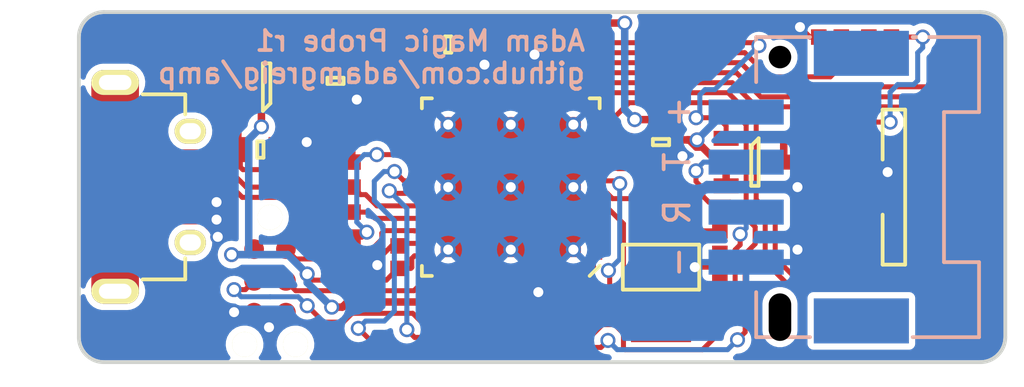
<source format=kicad_pcb>
(kicad_pcb (version 20221018) (generator pcbnew)
  (layers (0 "F.Cu" signal) (31 "B.Cu" signal) (34 "B.Paste" user) (35 "F.Paste" user) (36 "B.SilkS" user "B.Silkscreen") (37 "F.SilkS" user "F.Silkscreen") (38 "B.Mask" user) (39 "F.Mask" user) (44 "Edge.Cuts" user))
  (net 0 "")
  (net 1 "VDD")
  (net 2 "GND")
  (net 3 "Net-(C7-Pad2)")
  (net 4 "Net-(C8-Pad2)")
  (net 5 "Net-(C9-Pad2)")
  (net 6 "5v")
  (net 7 "/NRST")
  (net 8 "/RST")
  (net 9 "/TDI")
  (net 10 "/TMS")
  (net 11 "/TCK")
  (net 12 "/TDO")
  (net 13 "Net-(IC1-Pad19)")
  (net 14 "/VBUS")
  (net 15 "Net-(IC1-Pad29)")
  (net 16 "/TXD")
  (net 17 "/RXD")
  (net 18 "/SWDIO")
  (net 19 "/SWCLK")
  (net 20 "/USB_D-")
  (net 21 "/USB_D+")
  (net 22 "/TPWR")
  (net 23 "/STM32_D-")
  (net 24 "/STM32_D+")
  (footprint "agg:0603" (layer "F.Cu") (at 114.75 94.3 180)
    (fp_text reference "C1")
    (fp_text value "4µ7")
  )
  (footprint "agg:0603" (layer "F.Cu") (at 123.25 98.2 90)
    (fp_text reference "C2")
    (fp_text value "1µ")
  )
  (footprint "agg:0402" (layer "F.Cu") (at 114.75 95.5 180)
    (fp_text reference "C3")
    (fp_text value "100n")
  )
  (footprint "agg:0402" (layer "F.Cu") (at 119.75 104.5)
    (fp_text reference "C4")
    (fp_text value "100n")
  )
  (footprint "agg:0402" (layer "F.Cu") (at 112.75 102.8 -90)
    (fp_text reference "C5")
    (fp_text value "100n")
  )
  (footprint "agg:0402" (layer "F.Cu") (at 121.8 98.6 90)
    (fp_text reference "C6")
    (fp_text value "10n")
  )
  (footprint "agg:0402" (layer "F.Cu") (at 125.6 104.2 -90)
    (fp_text reference "C7")
    (fp_text value "15p")
  )
  (footprint "agg:0402" (layer "F.Cu") (at 117.5 95.1 -90)
    (fp_text reference "C8")
    (fp_text value "100n")
  )
  (footprint "agg:0402" (layer "F.Cu") (at 125.6 102.2 90)
    (fp_text reference "C9")
    (fp_text value "15p")
  )
  (footprint "agg:0603" (layer "F.Cu") (at 107.25 98.5 180)
    (fp_text reference "C10")
    (fp_text value "1µ")
  )
  (footprint "agg:0603" (layer "F.Cu") (at 110.25 95.75 90)
    (fp_text reference "C11")
    (fp_text value "1µ")
  )
  (footprint "agg:QFN-48-EP-ST" (layer "F.Cu") (at 117.25 100 180)
    (fp_text reference "IC1")
    (fp_text value "STM32F103CBU6")
  )
  (footprint "agg:SOT-23" (layer "F.Cu") (at 107.5 96 180)
    (fp_text reference "IC2")
    (fp_text value "MCP1700")
  )
  (footprint "agg:MICROUSB_MOLEX_47589-0001" (layer "F.Cu") (at 101.45 99.99 -90)
    (fp_text reference "J2")
    (fp_text value "MICROUSB")
  )
  (footprint "agg:TC2030-NL" (layer "F.Cu") (at 107.64 103.75 -90)
    (fp_text reference "P1")
    (fp_text value "SWD_TC")
  )
  (footprint "agg:SOT-23" (layer "F.Cu") (at 127 99)
    (fp_text reference "Q1")
    (fp_text value "FDV304P")
  )
  (footprint "agg:0402" (layer "F.Cu") (at 110.5 99 180)
    (fp_text reference "R1")
    (fp_text value "4k7")
  )
  (footprint "agg:0402" (layer "F.Cu") (at 110.5 98)
    (fp_text reference "R2")
    (fp_text value "10k")
  )
  (footprint "agg:0402" (layer "F.Cu") (at 110.5 102 180)
    (fp_text reference "R3")
    (fp_text value "1k5")
  )
  (footprint "agg:0402" (layer "F.Cu") (at 110.5 100 180)
    (fp_text reference "R4")
    (fp_text value "22")
  )
  (footprint "agg:0402" (layer "F.Cu") (at 110.5 101 180)
    (fp_text reference "R5")
    (fp_text value "22")
  )
  (footprint "agg:0402" (layer "F.Cu") (at 132 94)
    (fp_text reference "R6")
    (fp_text value "4k7")
  )
  (footprint "agg:0402" (layer "F.Cu") (at 130 94)
    (fp_text reference "R7")
    (fp_text value "10k")
  )
  (footprint "agg:XTAL-50x32" (layer "F.Cu") (at 123.25 103.2 90)
    (fp_text reference "Y1")
    (fp_text value "8MHz")
  )
  (footprint "agg:FTSH-105-01-L-DV-K" (layer "F.Cu") (at 132.5 100 -90)
    (fp_text reference "P2")
    (fp_text value "SWD")
  )
  (footprint "agg:SM04B-PASS" (layer "B.Cu") (at 128 100 90)
    (fp_text reference "J1")
    (fp_text value "SERIAL")
  )
  (gr_arc (start 136 93) (mid 136.707107 93.292893) (end 137 94) (stroke (width 0.15)) (layer "Edge.Cuts"))
  (gr_arc (start 100 94) (mid 100.292893 93.292893) (end 101 93) (stroke (width 0.15)) (layer "Edge.Cuts"))
  (gr_line (start 100 106) (end 100 94) (stroke (width 0.15)) (layer "Edge.Cuts"))
  (gr_line (start 101 93) (end 136 93) (stroke (width 0.15)) (layer "Edge.Cuts"))
  (gr_arc (start 137 106) (mid 136.707107 106.707107) (end 136 107) (stroke (width 0.15)) (layer "Edge.Cuts"))
  (gr_line (start 137 94) (end 137 106) (stroke (width 0.15)) (layer "Edge.Cuts"))
  (gr_arc (start 101 107) (mid 100.292893 106.707107) (end 100 106) (stroke (width 0.15)) (layer "Edge.Cuts"))
  (gr_line (start 136 107) (end 101 107) (stroke (width 0.15)) (layer "Edge.Cuts"))
  (gr_text "AMP r1 2016-01-01" (at 101 93.8) (layer "F.Cu") (effects (font (size 0.7 0.7)) (justify left)))
  (gr_text "T" (at 123.9 99 90) (layer "B.SilkS") (effects (font (size 1 1)) (justify mirror)))
  (gr_text "R" (at 123.9 101 90) (layer "B.SilkS") (effects (font (size 1 1)) (justify mirror)))
  (gr_text "-" (at 123.9 103 90) (layer "B.SilkS") (effects (font (size 1 1)) (justify mirror)))
  (gr_text "+" (at 123.9 97 90) (layer "B.SilkS") (effects (font (size 1 1)) (justify mirror)))
  (gr_text "Adam Magic Probe r1\ngithub.com/adamgreig/amp" (at 120.3 94.8) (layer "B.SilkS") (effects (font (size 0.8 0.8)) (justify left mirror)))
  (segment (start 114.084413 105.160001) (end 113.51792 104.593508) (width 0.3) (layer "F.Cu") (net 1))
  (segment (start 120.2 105.01) (end 120.049999 105.160001) (width 0.3) (layer "F.Cu") (net 1))
  (segment (start 121.200001 98.239999) (end 121.200001 98.649999) (width 0.2) (layer "F.Cu") (net 1))
  (segment (start 120.2 105.01) (end 120.099999 105.110001) (width 0.3) (layer "F.Cu") (net 1))
  (segment (start 121.1 98.75) (end 120.625 98.75) (width 0.2) (layer "F.Cu") (net 1))
  (segment (start 120.35 103.375) (end 120.549992 103.175008) (width 0.2) (layer "F.Cu") (net 1))
  (segment (start 122.2 97.3) (end 123.15 97.3) (width 0.3) (layer "F.Cu") (net 1))
  (segment (start 110.524264 104.8) (end 110.1 104.8) (width 0.3) (layer "F.Cu") (net 1))
  (segment (start 125.85 99.35) (end 124.9 98.4) (width 0.3) (layer "F.Cu") (net 1))
  (segment (start 120 103.375) (end 120 104.3) (width 0.2) (layer "F.Cu") (net 1))
  (segment (start 120.2 104.5) (end 120.2 105.01) (width 0.3) (layer "F.Cu") (net 1))
  (segment (start 120 104.3) (end 120.2 104.5) (width 0.2) (layer "F.Cu") (net 1))
  (segment (start 113.3 103.21) (end 113.26 103.25) (width 0.2) (layer "F.Cu") (net 1))
  (segment (start 113.4 102.75) (end 113.3 102.85) (width 0.2) (layer "F.Cu") (net 1))
  (segment (start 110.15 95.05) (end 110.25 94.95) (width 0.2) (layer "F.Cu") (net 1))
  (segment (start 113.95 94.3) (end 113.95 94.275) (width 0.3) (layer "F.Cu") (net 1))
  (segment (start 108.65 95.05) (end 108.45 95.05) (width 0.3) (layer "F.Cu") (net 1))
  (segment (start 109.364414 103.718273) (end 109.119645 103.473504) (width 0.2) (layer "F.Cu") (net 1))
  (segment (start 113.875 102.75) (end 113.4 102.75) (width 0.2) (layer "F.Cu") (net 1))
  (segment (start 121.6 98.25) (end 121.75 98.25) (width 0.2) (layer "F.Cu") (net 1))
  (segment (start 114.5 95.7) (end 114.3 95.5) (width 0.2) (layer "F.Cu") (net 1))
  (segment (start 106.1 102.7) (end 106.78 102.7) (width 0.2) (layer "F.Cu") (net 1))
  (segment (start 123.961776 98.111776) (end 123.25 97.4) (width 0.3) (layer "F.Cu") (net 1))
  (segment (start 124.688224 98.188224) (end 124.688224 98.111776) (width 0.3) (layer "F.Cu") (net 1))
  (segment (start 107.291735 96.208265) (end 107.291735 97.587978) (width 0.3) (layer "F.Cu") (net 1))
  (segment (start 108.65 95.05) (end 110.15 95.05) (width 0.3) (layer "F.Cu") (net 1))
  (segment (start 121.8 98.15) (end 121.29 98.15) (width 0.2) (layer "F.Cu") (net 1))
  (segment (start 121.75 98.25) (end 122.4 98.25) (width 0.2) (layer "F.Cu") (net 1))
  (segment (start 124.373778 98.111776) (end 124.3 98.111776) (width 0.3) (layer "F.Cu") (net 1))
  (segment (start 114.785011 93.439989) (end 121.8 93.439989) (width 0.3) (layer "F.Cu") (net 1))
  (segment (start 113.95 94.275) (end 114.785011 93.439989) (width 0.3) (layer "F.Cu") (net 1))
  (segment (start 112.281727 103.718273) (end 109.364414 103.718273) (width 0.2) (layer "F.Cu") (net 1))
  (segment (start 124.9 98.4) (end 124.662002 98.4) (width 0.3) (layer "F.Cu") (net 1))
  (segment (start 113.3 102.85) (end 113.3 103.21) (width 0.2) (layer "F.Cu") (net 1))
  (segment (start 121.29 98.15) (end 121.200001 98.239999) (width 0.2) (layer "F.Cu") (net 1))
  (segment (start 124.3 98.111776) (end 123.961776 98.111776) (width 0.3) (layer "F.Cu") (net 1))
  (segment (start 110.730756 104.593508) (end 110.524264 104.8) (width 0.3) (layer "F.Cu") (net 1))
  (segment (start 124.9 98.4) (end 124.688224 98.188224) (width 0.3) (layer "F.Cu") (net 1))
  (segment (start 114.3 94.65) (end 113.95 94.3) (width 0.3) (layer "F.Cu") (net 1))
  (segment (start 112.75 103.25) (end 112.281727 103.718273) (width 0.2) (layer "F.Cu") (net 1))
  (segment (start 124.662002 98.4) (end 124.373778 98.111776) (width 0.3) (layer "F.Cu") (net 1))
  (segment (start 114.5 96.625) (end 114.5 95.7) (width 0.2) (layer "F.Cu") (net 1))
  (segment (start 116.5 105.160001) (end 114.084413 105.160001) (width 0.3) (layer "F.Cu") (net 1))
  (segment (start 121.200001 98.649999) (end 121.1 98.75) (width 0.2) (layer "F.Cu") (net 1))
  (segment (start 113.3 94.95) (end 113.95 94.3) (width 0.3) (layer "F.Cu") (net 1))
  (segment (start 125.85 99.95) (end 125.85 99.35) (width 0.3) (layer "F.Cu") (net 1))
  (segment (start 113.26 103.25) (end 112.75 103.25) (width 0.2) (layer "F.Cu") (net 1))
  (segment (start 106.78 102.7) (end 107 102.48) (width 0.2) (layer "F.Cu") (net 1))
  (segment (start 120.549992 102.825008) (end 120.625 102.75) (width 0.2) (layer "F.Cu") (net 1))
  (segment (start 113.51792 104.593508) (end 110.730756 104.593508) (width 0.3) (layer "F.Cu") (net 1))
  (segment (start 108.45 95.05) (end 107.291735 96.208265) (width 0.3) (layer "F.Cu") (net 1))
  (segment (start 114.3 95.5) (end 114.3 94.65) (width 0.3) (layer "F.Cu") (net 1))
  (segment (start 110.25 94.95) (end 113.3 94.95) (width 0.3) (layer "F.Cu") (net 1))
  (segment (start 123.15 97.3) (end 123.25 97.4) (width 0.3) (layer "F.Cu") (net 1))
  (segment (start 120 103.375) (end 120.35 103.375) (width 0.2) (layer "F.Cu") (net 1))
  (segment (start 122.4 98.25) (end 123.25 97.4) (width 0.2) (layer "F.Cu") (net 1))
  (segment (start 124.688224 98.111776) (end 124.3 98.111776) (width 0.3) (layer "F.Cu") (net 1))
  (segment (start 120.049999 105.160001) (end 116.5 105.160001) (width 0.3) (layer "F.Cu") (net 1))
  (segment (start 116.5 103.375) (end 116.5 105.160001) (width 0.25) (layer "F.Cu") (net 1))
  (segment (start 120.549992 103.175008) (end 120.549992 102.825008) (width 0.2) (layer "F.Cu") (net 1))
  (via (at 122.2 97.3) (size 0.6) (drill 0.4) (layers "F.Cu" "B.Cu") (net 1))
  (via (at 107.291735 97.587978) (size 0.6) (drill 0.4) (layers "F.Cu" "B.Cu") (net 1))
  (via (at 121.8 93.439989) (size 0.6) (drill 0.4) (layers "F.Cu" "B.Cu") (net 1))
  (via (at 124.688224 98.111776) (size 0.6) (drill 0.4) (layers "F.Cu" "B.Cu") (net 1))
  (via (at 106.1 102.7) (size 0.6) (drill 0.4) (layers "F.Cu" "B.Cu") (net 1))
  (via (at 110.1 104.8) (size 0.6) (drill 0.4) (layers "F.Cu" "B.Cu") (net 1))
  (via (at 109.119645 103.473504) (size 0.6) (drill 0.4) (layers "F.Cu" "B.Cu") (net 1))
  (segment (start 109.119645 103.473504) (end 109.119645 103.819645) (width 0.3) (layer "B.Cu") (net 1))
  (segment (start 109.119645 103.473504) (end 108.346141 102.7) (width 0.3) (layer "B.Cu") (net 1))
  (segment (start 106.784999 102.684999) (end 106.8 102.7) (width 0.3) (layer "B.Cu") (net 1))
  (segment (start 125.8 97) (end 124.688224 98.111776) (width 0.3) (layer "B.Cu") (net 1))
  (segment (start 108.346141 102.7) (end 106.8 102.7) (width 0.3) (layer "B.Cu") (net 1))
  (segment (start 107.291735 97.587978) (end 106.784999 98.094714) (width 0.3) (layer "B.Cu") (net 1))
  (segment (start 126.65 97) (end 125.8 97) (width 0.3) (layer "B.Cu") (net 1))
  (segment (start 109.119645 103.819645) (end 110.1 104.8) (width 0.3) (layer "B.Cu") (net 1))
  (segment (start 106.8 102.7) (end 106.1 102.7) (width 0.3) (layer "B.Cu") (net 1))
  (segment (start 106.784999 98.094714) (end 106.784999 102.684999) (width 0.3) (layer "B.Cu") (net 1))
  (segment (start 121.8 93.439989) (end 121.8 96.9) (width 0.3) (layer "B.Cu") (net 1))
  (segment (start 121.8 96.9) (end 122.2 97.3) (width 0.3) (layer "B.Cu") (net 1))
  (segment (start 132.06 98.73) (end 132.3 98.97) (width 0.2) (layer "F.Cu") (net 2))
  (segment (start 118.79 104.5) (end 119.3 104.5) (width 0.2) (layer "F.Cu") (net 2))
  (segment (start 108.65 96.95) (end 109.85 96.95) (width 0.3) (layer "F.Cu") (net 2))
  (segment (start 118.35 104.2) (end 118.65 104.5) (width 0.2) (layer "F.Cu") (net 2))
  (segment (start 104.125 101.29) (end 105.49 101.29) (width 0.2) (layer "F.Cu") (net 2))
  (segment (start 119.5 103.375) (end 119.5 104.3) (width 0.2) (layer "F.Cu") (net 2))
  (segment (start 132.1 100) (end 130.465 100) (width 0.2) (layer "F.Cu") (net 2))
  (segment (start 105.2 101.560444) (end 105.160444 101.6) (width 0.2) (layer "F.Cu") (net 2))
  (segment (start 128.74 102.54) (end 128.7 102.5) (width 0.2) (layer "F.Cu") (net 2))
  (segment (start 107 105.02) (end 107.00966 105.02) (width 0.2) (layer "F.Cu") (net 2))
  (segment (start 106.22 105.02) (end 106.2 105) (width 0.2) (layer "F.Cu") (net 2))
  (segment (start 132.3 99.8) (end 132.1 100) (width 0.2) (layer "F.Cu") (net 2))
  (segment (start 115 96.625) (end 115 95.7) (width 0.2) (layer "F.Cu") (net 2))
  (segment (start 121.6 99.25) (end 121.8 99.05) (width 0.2) (layer "F.Cu") (net 2))
  (segment (start 107.00966 105.02) (end 107.594458 105.604798) (width 0.2) (layer "F.Cu") (net 2))
  (segment (start 105.1 101) (end 105.2 100.9) (width 0.2) (layer "F.Cu") (net 2))
  (segment (start 117.5 94.65) (end 118.15 94.65) (width 0.2) (layer "F.Cu") (net 2))
  (segment (start 105.060444 101.5) (end 105.160444 101.6) (width 0.2) (layer "F.Cu") (net 2))
  (segment (start 125.6 103.2) (end 124.6 103.2) (width 0.2) (layer "F.Cu") (net 2))
  (segment (start 129.2 94) (end 128.8 93.6) (width 0.2) (layer "F.Cu") (net 2))
  (segment (start 121.65 99.25) (end 121.75 99.15) (width 0.2) (layer "F.Cu") (net 2))
  (segment (start 113.875 102.25) (end 112.85 102.25) (width 0.2) (layer "F.Cu") (net 2))
  (segment (start 125.6 102.65) (end 125.6 103.2) (width 0.2) (layer "F.Cu") (net 2))
  (segment (start 109.85 96.95) (end 110.25 96.55) (width 0.2) (layer "F.Cu") (net 2))
  (segment (start 115.2 94.65) (end 115.55 94.3) (width 0.3) (layer "F.Cu") (net 2))
  (segment (start 118 103.85) (end 118.35 104.2) (width 0.2) (layer "F.Cu") (net 2))
  (segment (start 132.3 99.4) (end 132.3 99.8) (width 0.2) (layer "F.Cu") (net 2))
  (segment (start 105.1 101.460444) (end 105.060444 101.5) (width 0.2) (layer "F.Cu") (net 2))
  (segment (start 123.1 99.15) (end 123.25 99) (width 0.2) (layer "F.Cu") (net 2))
  (segment (start 105.160444 101.6) (end 105.549045 101.988601) (width 0.2) (layer "F.Cu") (net 2))
  (segment (start 111.918272 102.921726) (end 111.918272 103.118272) (width 0.2) (layer "F.Cu") (net 2))
  (segment (start 132.3 98.97) (end 132.3 99.4) (width 0.2) (layer "F.Cu") (net 2))
  (segment (start 120.625 99.25) (end 121.6 99.25) (width 0.2) (layer "F.Cu") (net 2))
  (segment (start 123.25 99) (end 123.86722 99) (width 0.3) (layer "F.Cu") (net 2))
  (segment (start 115.2 95.5) (end 115.2 94.65) (width 0.3) (layer "F.Cu") (net 2))
  (segment (start 121.75 99.15) (end 123.1 99.15) (width 0.2) (layer "F.Cu") (net 2))
  (segment (start 130.465 100) (end 128.7 100) (width 0.2) (layer "F.Cu") (net 2))
  (segment (start 118 103.375) (end 118 103.85) (width 0.2) (layer "F.Cu") (net 2))
  (segment (start 112.75 102.35) (end 112.489998 102.35) (width 0.2) (layer "F.Cu") (net 2))
  (segment (start 111.05 96.55) (end 111.1 96.5) (width 0.2) (layer "F.Cu") (net 2))
  (segment (start 119.5 104.3) (end 119.3 104.5) (width 0.2) (layer "F.Cu") (net 2))
  (segment (start 104.125 101.29) (end 104.81 101.29) (width 0.2) (layer "F.Cu") (net 2))
  (segment (start 105.1 101) (end 105.1 101.460444) (width 0.2) (layer "F.Cu") (net 2))
  (segment (start 110.05 98) (end 110.05 96.75) (width 0.3) (layer "F.Cu") (net 2))
  (segment (start 118.15 94.65) (end 118.2 94.7) (width 0.2) (layer "F.Cu") (net 2))
  (segment (start 130.465 102.54) (end 128.74 102.54) (width 0.2) (layer "F.Cu") (net 2))
  (segment (start 123.86722 99) (end 124.104985 98.762235) (width 0.3) (layer "F.Cu") (net 2))
  (segment (start 108.65 96.95) (end 108.65 97.9) (width 0.3) (layer "F.Cu") (net 2))
  (segment (start 104.850444 101.29) (end 105.060444 101.5) (width 0.2) (layer "F.Cu") (net 2))
  (segment (start 115.55 94.453494) (end 116.19999 95.103484) (width 0.3) (layer "F.Cu") (net 2))
  (segment (start 108.65 97.9) (end 108.05 98.5) (width 0.3) (layer "F.Cu") (net 2))
  (segment (start 110.05 96.75) (end 110.25 96.55) (width 0.2) (layer "F.Cu") (net 2))
  (segment (start 118.65 104.5) (end 118.79 104.5) (width 0.2) (layer "F.Cu") (net 2))
  (segment (start 115.55 94.3) (end 115.55 94.453494) (width 0.3) (layer "F.Cu") (net 2))
  (segment (start 129.55 94) (end 129.2 94) (width 0.2) (layer "F.Cu") (net 2))
  (segment (start 115 95.7) (end 115.2 95.5) (width 0.2) (layer "F.Cu") (net 2))
  (segment (start 112.489998 102.35) (end 111.918272 102.921726) (width 0.2) (layer "F.Cu") (net 2))
  (segment (start 105.2 100.9) (end 105.5 100.6) (width 0.2) (layer "F.Cu") (net 2))
  (segment (start 108.05 98.5) (end 108.8 98.5) (width 0.3) (layer "F.Cu") (net 2))
  (segment (start 112.85 102.25) (end 112.75 102.35) (width 0.2) (layer "F.Cu") (net 2))
  (segment (start 130.465 98.73) (end 132.06 98.73) (width 0.2) (layer "F.Cu") (net 2))
  (segment (start 108.8 98.5) (end 109.1 98.2) (width 0.3) (layer "F.Cu") (net 2))
  (segment (start 105.49 101.29) (end 105.5 101.3) (width 0.2) (layer "F.Cu") (net 2))
  (segment (start 107 105.02) (end 106.22 105.02) (width 0.2) (layer "F.Cu") (net 2))
  (segment (start 104.125 101.29) (end 104.850444 101.29) (width 0.2) (layer "F.Cu") (net 2))
  (segment (start 110.25 96.55) (end 111.05 96.55) (width 0.3) (layer "F.Cu") (net 2))
  (segment (start 105.2 100.9) (end 105.2 101.560444) (width 0.2) (layer "F.Cu") (net 2))
  (segment (start 125.6 103.2) (end 125.6 103.75) (width 0.2) (layer "F.Cu") (net 2))
  (segment (start 104.81 101.29) (end 105.1 101) (width 0.2) (layer "F.Cu") (net 2))
  (via (at 105.549045 101.988601) (size 0.6) (drill 0.4) (layers "F.Cu" "B.Cu") (net 2))
  (via (at 106.2 105) (size 0.6) (drill 0.4) (layers "F.Cu" "B.Cu") (net 2))
  (via (at 124.6 103.2) (size 0.6) (drill 0.4) (layers "F.Cu" "B.Cu") (net 2))
  (via (at 111.918272 103.118272) (size 0.6) (drill 0.4) (layers "F.Cu" "B.Cu") (net 2))
  (via (at 128.8 93.6) (size 0.6) (drill 0.4) (layers "F.Cu" "B.Cu") (net 2))
  (via (at 128.7 100) (size 0.6) (drill 0.4) (layers "F.Cu" "B.Cu") (net 2))
  (via (at 128.7 102.5) (size 0.6) (drill 0.4) (layers "F.Cu" "B.Cu") (net 2))
  (via (at 116.19999 95.103484) (size 0.6) (drill 0.4) (layers "F.Cu" "B.Cu") (net 2))
  (via (at 107.594458 105.604798) (size 0.6) (drill 0.4) (layers "F.Cu" "B.Cu") (net 2))
  (via (at 105.5 100.6) (size 0.6) (drill 0.4) (layers "F.Cu" "B.Cu") (net 2))
  (via (at 111.1 96.5) (size 0.6) (drill 0.4) (layers "F.Cu" "B.Cu") (net 2))
  (via (at 132.3 99.4) (size 0.6) (drill 0.4) (layers "F.Cu" "B.Cu") (net 2))
  (via (at 118.2 94.7) (size 0.6) (drill 0.4) (layers "F.Cu" "B.Cu") (net 2))
  (via (at 118.35 104.2) (size 0.6) (drill 0.4) (layers "F.Cu" "B.Cu") (net 2))
  (via (at 105.5 101.3) (size 0.6) (drill 0.4) (layers "F.Cu" "B.Cu") (net 2))
  (via (at 109.1 98.2) (size 0.6) (drill 0.4) (layers "F.Cu" "B.Cu") (net 2))
  (via (at 124.104985 98.762235) (size 0.6) (drill 0.4) (layers "F.Cu" "B.Cu") (net 2))
  (segment (start 126.65 103) (end 127.65 103) (width 0.3) (layer "B.Cu") (net 2))
  (segment (start 121.749999 101.463702) (end 121.749999 104.049999) (width 0.2) (layer "F.Cu") (net 3))
  (segment (start 123 105.25) (end 123.25 105.25) (width 0.2) (layer "F.Cu") (net 3))
  (segment (start 125.6 104.65) (end 123.85 104.65) (width 0.2) (layer "F.Cu") (net 3))
  (segment (start 122.95 105.25) (end 123.25 105.25) (width 0.2) (layer "F.Cu") (net 3))
  (segment (start 121.036297 100.75) (end 121.749999 101.463702) (width 0.2) (layer "F.Cu") (net 3))
  (segment (start 120.625 100.75) (end 121.036297 100.75) (width 0.2) (layer "F.Cu") (net 3))
  (segment (start 121.749999 104.049999) (end 122.95 105.25) (width 0.2) (layer "F.Cu") (net 3))
  (segment (start 123.25 105.25) (end 122.903701 105.25) (width 0.2) (layer "F.Cu") (net 3))
  (segment (start 123.85 104.65) (end 123.25 105.25) (width 0.2) (layer "F.Cu") (net 3))
  (segment (start 117.5 96.625) (end 117.5 95.55) (width 0.2) (layer "F.Cu") (net 4))
  (segment (start 118.402905 95.55) (end 119.327955 94.624949) (width 0.2) (layer "F.Cu") (net 4))
  (segment (start 127.558464 95.589969) (end 130.010031 95.589969) (width 0.2) (layer "F.Cu") (net 4))
  (segment (start 117.5 95.55) (end 118.402905 95.55) (width 0.2) (layer "F.Cu") (net 4))
  (segment (start 130.010031 95.589969) (end 130.45 95.15) (width 0.2) (layer "F.Cu") (net 4))
  (segment (start 126.593445 94.624949) (end 127.558464 95.589969) (width 0.2) (layer "F.Cu") (net 4))
  (segment (start 119.327955 94.624949) (end 126.593445 94.624949) (width 0.2) (layer "F.Cu") (net 4))
  (segment (start 130.45 95.15) (end 130.45 94) (width 0.2) (layer "F.Cu") (net 4))
  (segment (start 130.45 94) (end 131.55 94) (width 0.2) (layer "F.Cu") (net 4))
  (segment (start 122.560003 100.460003) (end 123.25 101.15) (width 0.2) (layer "F.Cu") (net 5))
  (segment (start 123.85 101.75) (end 123.25 101.15) (width 0.2) (layer "F.Cu") (net 5))
  (segment (start 120.625 100.25) (end 121.101996 100.25) (width 0.2) (layer "F.Cu") (net 5))
  (segment (start 121.101996 100.25) (end 121.311999 100.460003) (width 0.2) (layer "F.Cu") (net 5))
  (segment (start 125.6 101.75) (end 123.85 101.75) (width 0.2) (layer "F.Cu") (net 5))
  (segment (start 121.311999 100.460003) (end 122.560003 100.460003) (width 0.2) (layer "F.Cu") (net 5))
  (segment (start 123.25 101.15) (end 122.95 101.15) (width 0.2) (layer "F.Cu") (net 5))
  (segment (start 122.55 100.45) (end 123.25 101.15) (width 0.2) (layer "F.Cu") (net 5))
  (segment (start 106.550001 99.300001) (end 109.239999 99.300001) (width 0.2) (layer "F.Cu") (net 6))
  (segment (start 106.45 98.5) (end 106.45 99.2) (width 0.2) (layer "F.Cu") (net 6))
  (segment (start 109.239999 99.300001) (end 109.54 99) (width 0.2) (layer "F.Cu") (net 6))
  (segment (start 104.125 98.69) (end 106.26 98.69) (width 0.3) (layer "F.Cu") (net 6))
  (segment (start 106.45 99.2) (end 106.550001 99.300001) (width 0.2) (layer "F.Cu") (net 6))
  (segment (start 106.35 98.4) (end 106.45 98.5) (width 0.2) (layer "F.Cu") (net 6))
  (segment (start 106.26 98.69) (end 106.45 98.5) (width 0.3) (layer "F.Cu") (net 6))
  (segment (start 106.35 96) (end 106.35 98.4) (width 0.3) (layer "F.Cu") (net 6))
  (segment (start 106.25 98.7) (end 106.45 98.5) (width 0.2) (layer "F.Cu") (net 6))
  (segment (start 109.54 99) (end 110.05 99) (width 0.2) (layer "F.Cu") (net 6))
  (segment (start 109.776141 105.400001) (end 109.119645 104.743505) (width 0.2) (layer "F.Cu") (net 7))
  (segment (start 121.2 104.64641) (end 120.236399 105.610011) (width 0.2) (layer "F.Cu") (net 7))
  (segment (start 107 103.75) (end 107.006415 103.75) (width 0.2) (layer "F.Cu") (net 7))
  (segment (start 113.898013 105.610011) (end 113.335296 105.047294) (width 0.2) (layer "F.Cu") (net 7))
  (segment (start 110.560673 105.400001) (end 109.776141 105.400001) (width 0.2) (layer "F.Cu") (net 7))
  (segment (start 110.92093 105.047294) (end 110.917155 105.043519) (width 0.2) (layer "F.Cu") (net 7))
  (segment (start 106.2 104.1) (end 106.65 104.1) (width 0.2) (layer "F.Cu") (net 7))
  (segment (start 113.335296 105.047294) (end 110.92093 105.047294) (width 0.2) (layer "F.Cu") (net 7))
  (segment (start 106.65 104.1) (end 107 103.75) (width 0.2) (layer "F.Cu") (net 7))
  (segment (start 120.236399 105.610011) (end 113.898013 105.610011) (width 0.2) (layer "F.Cu") (net 7))
  (segment (start 121.489998 99.75) (end 121.6 99.860002) (width 0.2) (layer "F.Cu") (net 7))
  (segment (start 120.625 99.75) (end 121.489998 99.75) (width 0.2) (layer "F.Cu") (net 7))
  (segment (start 121.2 103.383026) (end 121.2 104.64641) (width 0.2) (layer "F.Cu") (net 7))
  (segment (start 121.149993 103.333019) (end 121.2 103.383026) (width 0.2) (layer "F.Cu") (net 7))
  (segment (start 110.917155 105.043519) (end 110.560673 105.400001) (width 0.2) (layer "F.Cu") (net 7))
  (via (at 121.6 99.860002) (size 0.6) (drill 0.4) (layers "F.Cu" "B.Cu") (net 7))
  (via (at 109.119645 104.743505) (size 0.6) (drill 0.4) (layers "F.Cu" "B.Cu") (net 7))
  (via (at 106.2 104.1) (size 0.6) (drill 0.4) (layers "F.Cu" "B.Cu") (net 7))
  (via (at 121.149993 103.333019) (size 0.6) (drill 0.4) (layers "F.Cu" "B.Cu") (net 7))
  (segment (start 106.485 104.385) (end 106.2 104.1) (width 0.2) (layer "B.Cu") (net 7))
  (segment (start 121.6 99.860002) (end 121.6 102.883012) (width 0.2) (layer "B.Cu") (net 7))
  (segment (start 107.641415 104.385) (end 108.76114 104.385) (width 0.2) (layer "B.Cu") (net 7))
  (segment (start 121.6 102.883012) (end 121.149993 103.333019) (width 0.2) (layer "B.Cu") (net 7))
  (segment (start 108.76114 104.385) (end 109.119645 104.743505) (width 0.2) (layer "B.Cu") (net 7))
  (segment (start 107.641415 104.385) (end 106.485 104.385) (width 0.2) (layer "B.Cu") (net 7))
  (segment (start 121.975001 96.624999) (end 125.765001 96.624999) (width 0.2) (layer "F.Cu") (net 8))
  (segment (start 126.650001 97.509999) (end 126.650001 100.667266) (width 0.2) (layer "F.Cu") (net 8))
  (segment (start 125.765001 96.624999) (end 126.650001 97.509999) (width 0.2) (layer "F.Cu") (net 8))
  (segment (start 126.650001 100.667266) (end 127.410013 101.427277) (width 0.2) (layer "F.Cu") (net 8))
  (segment (start 127.410013 101.427277) (end 127.410013 102.989987) (width 0.2) (layer "F.Cu") (net 8))
  (segment (start 132.2 103.9) (end 133.56 102.54) (width 0.2) (layer "F.Cu") (net 8))
  (segment (start 133.56 102.54) (end 134.535 102.54) (width 0.2) (layer "F.Cu") (net 8))
  (segment (start 128.320026 103.9) (end 132.2 103.9) (width 0.2) (layer "F.Cu") (net 8))
  (segment (start 127.410013 102.989987) (end 128.320026 103.9) (width 0.2) (layer "F.Cu") (net 8))
  (segment (start 121.35 97.25) (end 121.975001 96.624999) (width 0.2) (layer "F.Cu") (net 8))
  (segment (start 120.625 97.25) (end 121.35 97.25) (width 0.2) (layer "F.Cu") (net 8))
  (segment (start 120.075011 96.224989) (end 125.93069 96.224989) (width 0.2) (layer "F.Cu") (net 9))
  (segment (start 125.93069 96.224989) (end 127.050011 97.34431) (width 0.2) (layer "F.Cu") (net 9))
  (segment (start 133.51 101.27) (end 134.535 101.27) (width 0.2) (layer "F.Cu") (net 9))
  (segment (start 131.810012 103.49999) (end 132.839999 102.470003) (width 0.2) (layer "F.Cu") (net 9))
  (segment (start 132.839999 101.940001) (end 133.51 101.27) (width 0.2) (layer "F.Cu") (net 9))
  (segment (start 132.839999 102.470003) (end 132.839999 101.940001) (width 0.2) (layer "F.Cu") (net 9))
  (segment (start 128.485714 103.49999) (end 131.810012 103.49999) (width 0.2) (layer "F.Cu") (net 9))
  (segment (start 120 96.625) (end 120 96.3) (width 0.2) (layer "F.Cu") (net 9))
  (segment (start 127.050011 97.34431) (end 127.050011 100.501577) (width 0.2) (layer "F.Cu") (net 9))
  (segment (start 127.810023 101.261588) (end 127.810023 102.824299) (width 0.2) (layer "F.Cu") (net 9))
  (segment (start 120 96.3) (end 120.075011 96.224989) (width 0.2) (layer "F.Cu") (net 9))
  (segment (start 127.810023 102.824299) (end 128.485714 103.49999) (width 0.2) (layer "F.Cu") (net 9))
  (segment (start 127.050011 100.501577) (end 127.810023 101.261588) (width 0.2) (layer "F.Cu") (net 9))
  (segment (start 126.096378 95.824979) (end 127.061398 96.789999) (width 0.2) (layer "F.Cu") (net 10))
  (segment (start 127.061398 96.789999) (end 132.389999 96.789999) (width 0.2) (layer "F.Cu") (net 10))
  (segment (start 119.5 96.159998) (end 119.835019 95.824979) (width 0.2) (layer "F.Cu") (net 10))
  (segment (start 132.849999 96.799999) (end 133.51 97.46) (width 0.2) (layer "F.Cu") (net 10))
  (segment (start 133.51 97.46) (end 134.535 97.46) (width 0.2) (layer "F.Cu") (net 10))
  (segment (start 132.389999 96.789999) (end 132.399999 96.799999) (width 0.2) (layer "F.Cu") (net 10))
  (segment (start 119.835019 95.824979) (end 126.096378 95.824979) (width 0.2) (layer "F.Cu") (net 10))
  (segment (start 119.5 96.625) (end 119.5 96.159998) (width 0.2) (layer "F.Cu") (net 10))
  (segment (start 132.399999 96.799999) (end 132.849999 96.799999) (width 0.2) (layer "F.Cu") (net 10))
  (segment (start 119.66933 95.424969) (end 126.262067 95.424969) (width 0.2) (layer "F.Cu") (net 11))
  (segment (start 135.769991 96.389989) (end 136.230001 96.849999) (width 0.2) (layer "F.Cu") (net 11))
  (segment (start 126.262067 95.424969) (end 127.227087 96.389989) (width 0.2) (layer "F.Cu") (net 11))
  (segment (start 136.230001 96.849999) (end 136.230001 98.059999) (width 0.2) (layer "F.Cu") (net 11))
  (segment (start 119 96.625) (end 119 96.084302) (width 0.2) (layer "F.Cu") (net 11))
  (segment (start 119.669328 95.424971) (end 119.66933 95.424969) (width 0.2) (layer "F.Cu") (net 11))
  (segment (start 135.56 98.73) (end 134.535 98.73) (width 0.2) (layer "F.Cu") (net 11))
  (segment (start 136.230001 98.059999) (end 135.56 98.73) (width 0.2) (layer "F.Cu") (net 11))
  (segment (start 127.227087 96.389989) (end 135.769991 96.389989) (width 0.2) (layer "F.Cu") (net 11))
  (segment (start 119 96.084302) (end 119.659331 95.424971) (width 0.2) (layer "F.Cu") (net 11))
  (segment (start 119.659331 95.424971) (end 119.669328 95.424971) (width 0.2) (layer "F.Cu") (net 11))
  (segment (start 135.93568 95.989979) (end 136.630011 96.68431) (width 0.2) (layer "F.Cu") (net 12))
  (segment (start 136.630011 98.929989) (end 135.56 100) (width 0.2) (layer "F.Cu") (net 12))
  (segment (start 126.427756 95.024959) (end 127.392776 95.989979) (width 0.2) (layer "F.Cu") (net 12))
  (segment (start 119.493644 95.024959) (end 126.427756 95.024959) (width 0.2) (layer "F.Cu") (net 12))
  (segment (start 127.392776 95.989979) (end 135.93568 95.989979) (width 0.2) (layer "F.Cu") (net 12))
  (segment (start 118.5 96.625) (end 118.5 96.018603) (width 0.2) (layer "F.Cu") (net 12))
  (segment (start 118.5 96.018603) (end 119.493644 95.024959) (width 0.2) (layer "F.Cu") (net 12))
  (segment (start 136.630011 96.68431) (end 136.630011 98.929989) (width 0.2) (layer "F.Cu") (net 12))
  (segment (start 135.56 100) (end 134.535 100) (width 0.2) (layer "F.Cu") (net 12))
  (segment (start 119.224939 94.224939) (end 126 94.224939) (width 0.2) (layer "F.Cu") (net 13))
  (segment (start 117 96.15) (end 116.8 95.95) (width 0.2) (layer "F.Cu") (net 13))
  (segment (start 116.949999 94.039999) (end 119.039999 94.039999) (width 0.2) (layer "F.Cu") (net 13))
  (segment (start 125.85 97.55) (end 125.85 98.05) (width 0.2) (layer "F.Cu") (net 13))
  (segment (start 116.8 94.189998) (end 116.949999 94.039999) (width 0.2) (layer "F.Cu") (net 13))
  (segment (start 124.649998 97.225009) (end 125.525009 97.225009) (width 0.2) (layer "F.Cu") (net 13))
  (segment (start 126 94.224939) (end 127.041977 94.224939) (width 0.2) (layer "F.Cu") (net 13))
  (segment (start 125.525009 97.225009) (end 125.85 97.55) (width 0.2) (layer "F.Cu") (net 13))
  (segment (start 117 96.625) (end 117 96.15) (width 0.2) (layer "F.Cu") (net 13))
  (segment (start 119.039999 94.039999) (end 119.224939 94.224939) (width 0.2) (layer "F.Cu") (net 13))
  (segment (start 116.8 95.95) (end 116.8 94.189998) (width 0.2) (layer "F.Cu") (net 13))
  (segment (start 127.041977 94.224939) (end 127.158519 94.341481) (width 0.2) (layer "F.Cu") (net 13))
  (via (at 124.649998 97.225009) (size 0.6) (drill 0.4) (layers "F.Cu" "B.Cu") (net 13))
  (via (at 127.158519 94.341481) (size 0.6) (drill 0.4) (layers "F.Cu" "B.Cu") (net 13))
  (segment (start 124.8 97.075007) (end 124.649998 97.225009) (width 0.2) (layer "B.Cu") (net 13))
  (segment (start 125.009998 96.1) (end 124.8 96.309998) (width 0.2) (layer "B.Cu") (net 13))
  (segment (start 125.4 96.1) (end 125.009998 96.1) (width 0.2) (layer "B.Cu") (net 13))
  (segment (start 124.8 96.309998) (end 124.8 97.075007) (width 0.2) (layer "B.Cu") (net 13))
  (segment (start 127.158519 94.341481) (end 125.4 96.1) (width 0.2) (layer "B.Cu") (net 13))
  (segment (start 110.95 99) (end 110.95 98) (width 0.2) (layer "F.Cu") (net 14))
  (segment (start 111.2 97.75) (end 110.95 98) (width 0.2) (layer "F.Cu") (net 14))
  (segment (start 113.875 97.75) (end 111.2 97.75) (width 0.2) (layer "F.Cu") (net 14))
  (segment (start 113.4 99.25) (end 112.85 98.7) (width 0.2) (layer "F.Cu") (net 15))
  (segment (start 110.95 102) (end 111.3 102) (width 0.2) (layer "F.Cu") (net 15))
  (segment (start 113.875 99.25) (end 113.4 99.25) (width 0.2) (layer "F.Cu") (net 15))
  (segment (start 111.3 102) (end 111.5 101.8) (width 0.2) (layer "F.Cu") (net 15))
  (segment (start 112.85 98.7) (end 111.9 98.7) (width 0.2) (layer "F.Cu") (net 15))
  (via (at 111.5 101.8) (size 0.6) (drill 0.4) (layers "F.Cu" "B.Cu") (net 15))
  (via (at 111.9 98.7) (size 0.6) (drill 0.4) (layers "F.Cu" "B.Cu") (net 15))
  (segment (start 111.1 99) (end 111.4 98.7) (width 0.2) (layer "B.Cu") (net 15))
  (segment (start 111.1 101.4) (end 111.1 99.2) (width 0.2) (layer "B.Cu") (net 15))
  (segment (start 111.4 98.7) (end 111.9 98.7) (width 0.2) (layer "B.Cu") (net 15))
  (segment (start 111.5 101.8) (end 111.1 101.4) (width 0.2) (layer "B.Cu") (net 15))
  (segment (start 111.1 99.2) (end 111.1 99) (width 0.2) (layer "B.Cu") (net 15))
  (segment (start 126.304272 106.104272) (end 126.610011 105.798533) (width 0.2) (layer "F.Cu") (net 16))
  (segment (start 125.159988 100.59999) (end 124.925561 100.365563) (width 0.2) (layer "F.Cu") (net 16))
  (segment (start 126.610011 105.798533) (end 126.610011 102.670921) (width 0.2) (layer "F.Cu") (net 16))
  (segment (start 124.925561 100.053866) (end 124.925561 100.365563) (width 0.2) (layer "F.Cu") (net 16))
  (segment (start 113.875 99.75) (end 112.979132 99.75) (width 0.2) (layer "F.Cu") (net 16))
  (segment (start 124.646792 99.775097) (end 124.925561 100.053866) (width 0.2) (layer "F.Cu") (net 16))
  (segment (start 126.610011 102.670921) (end 127.010003 102.270929) (width 0.2) (layer "F.Cu") (net 16))
  (segment (start 112.979132 99.75) (end 112.606133 99.377001) (width 0.2) (layer "F.Cu") (net 16))
  (segment (start 111.814627 106.300001) (end 111.161921 105.647295) (width 0.2) (layer "F.Cu") (net 16))
  (segment (start 127.010003 101.592966) (end 126.017027 100.59999) (width 0.2) (layer "F.Cu") (net 16))
  (segment (start 124.646792 99.350833) (end 124.646792 99.775097) (width 0.2) (layer "F.Cu") (net 16))
  (segment (start 126.017027 100.59999) (end 125.159988 100.59999) (width 0.2) (layer "F.Cu") (net 16))
  (segment (start 121.130325 106.130325) (end 120.850619 106.410031) (width 0.2) (layer "F.Cu") (net 16))
  (segment (start 111.924657 106.410031) (end 111.814627 106.300001) (width 0.2) (layer "F.Cu") (net 16))
  (segment (start 120.850619 106.410031) (end 111.924657 106.410031) (width 0.2) (layer "F.Cu") (net 16))
  (segment (start 127.010003 102.270929) (end 127.010003 101.592966) (width 0.2) (layer "F.Cu") (net 16))
  (via (at 112.606133 99.377001) (size 0.6) (drill 0.4) (layers "F.Cu" "B.Cu") (net 16))
  (via (at 124.646792 99.350833) (size 0.6) (drill 0.4) (layers "F.Cu" "B.Cu") (net 16))
  (via (at 111.161921 105.647295) (size 0.6) (drill 0.4) (layers "F.Cu" "B.Cu") (net 16))
  (via (at 121.130325 106.130325) (size 0.6) (drill 0.4) (layers "F.Cu" "B.Cu") (net 16))
  (via (at 126.304272 106.104272) (size 0.6) (drill 0.4) (layers "F.Cu" "B.Cu") (net 16))
  (segment (start 112.6 101.339952) (end 112.6 104.955526) (width 0.2) (layer "B.Cu") (net 16))
  (segment (start 112.181869 99.377001) (end 111.799999 99.758871) (width 0.2) (layer "B.Cu") (net 16))
  (segment (start 112.199999 105.355527) (end 111.453689 105.355527) (width 0.2) (layer "B.Cu") (net 16))
  (segment (start 121.130325 106.130325) (end 121.5 106.5) (width 0.2) (layer "B.Cu") (net 16))
  (segment (start 112.6 104.955526) (end 112.199999 105.355527) (width 0.2) (layer "B.Cu") (net 16))
  (segment (start 124.95 99) (end 124.646792 99.303208) (width 0.2) (layer "B.Cu") (net 16))
  (segment (start 112.606133 99.377001) (end 112.181869 99.377001) (width 0.2) (layer "B.Cu") (net 16))
  (segment (start 111.799999 100.539951) (end 112.234312 100.974264) (width 0.2) (layer "B.Cu") (net 16))
  (segment (start 112.234312 100.974264) (end 112.6 101.339952) (width 0.2) (layer "B.Cu") (net 16))
  (segment (start 124.646792 99.303208) (end 124.646792 99.350833) (width 0.2) (layer "B.Cu") (net 16))
  (segment (start 121.5 106.5) (end 125.908544 106.5) (width 0.2) (layer "B.Cu") (net 16))
  (segment (start 126.65 99) (end 124.95 99) (width 0.2) (layer "B.Cu") (net 16))
  (segment (start 125.908544 106.5) (end 126.304272 106.104272) (width 0.2) (layer "B.Cu") (net 16))
  (segment (start 111.799999 99.758871) (end 111.799999 100.539951) (width 0.2) (layer "B.Cu") (net 16))
  (segment (start 126.65 99) (end 125.65 99) (width 0.2) (layer "B.Cu") (net 16))
  (segment (start 111.453689 105.355527) (end 111.161921 105.647295) (width 0.2) (layer "B.Cu") (net 16))
  (segment (start 126.210001 102.505232) (end 126.410002 102.305231) (width 0.2) (layer "F.Cu") (net 17))
  (segment (start 126.410002 102.305231) (end 126.410002 101.880967) (width 0.2) (layer "F.Cu") (net 17))
  (segment (start 121.809999 106.500001) (end 124.910001 106.500001) (width 0.2) (layer "F.Cu") (net 17))
  (segment (start 120.912108 105.5) (end 121.4 105.5) (width 0.2) (layer "F.Cu") (net 17))
  (segment (start 126.210001 105.200001) (end 126.210001 102.505232) (width 0.2) (layer "F.Cu") (net 17))
  (segment (start 120.402089 106.010021) (end 120.912108 105.5) (width 0.2) (layer "F.Cu") (net 17))
  (segment (start 113.875 100.25) (end 112.50001 100.25) (width 0.2) (layer "F.Cu") (net 17))
  (segment (start 121.749999 106.440001) (end 121.809999 106.500001) (width 0.2) (layer "F.Cu") (net 17))
  (segment (start 121.749999 105.849999) (end 121.749999 106.440001) (width 0.2) (layer "F.Cu") (net 17))
  (segment (start 124.910001 106.500001) (end 126.210001 105.200001) (width 0.2) (layer "F.Cu") (net 17))
  (segment (start 112.50001 100.25) (end 112.4 100.14999) (width 0.2) (layer "F.Cu") (net 17))
  (segment (start 113.1 105.7) (end 113.410021 106.010021) (width 0.2) (layer "F.Cu") (net 17))
  (segment (start 113.410021 106.010021) (end 120.402089 106.010021) (width 0.2) (layer "F.Cu") (net 17))
  (segment (start 121.4 105.5) (end 121.749999 105.849999) (width 0.2) (layer "F.Cu") (net 17))
  (via (at 112.4 100.14999) (size 0.6) (drill 0.4) (layers "F.Cu" "B.Cu") (net 17))
  (via (at 113.1 105.7) (size 0.6) (drill 0.4) (layers "F.Cu" "B.Cu") (net 17))
  (via (at 126.410002 101.880967) (size 0.6) (drill 0.4) (layers "F.Cu" "B.Cu") (net 17))
  (segment (start 126.65 101.640969) (end 126.410002 101.880967) (width 0.2) (layer "B.Cu") (net 17))
  (segment (start 113.1 100.84999) (end 113.1 104.9) (width 0.2) (layer "B.Cu") (net 17))
  (segment (start 113.1 104.9) (end 113.1 105.7) (width 0.2) (layer "B.Cu") (net 17))
  (segment (start 112.4 100.14999) (end 113.1 100.84999) (width 0.2) (layer "B.Cu") (net 17))
  (segment (start 126.65 101) (end 126.65 101.640969) (width 0.2) (layer "B.Cu") (net 17))
  (segment (start 113.396801 101.75) (end 113.3868 101.739999) (width 0.2) (layer "F.Cu") (net 18))
  (segment (start 112.100001 102.088001) (end 111.314503 102.873499) (width 0.2) (layer "F.Cu") (net 18))
  (segment (start 112.199999 101.739999) (end 112.100001 101.839997) (width 0.2) (layer "F.Cu") (net 18))
  (segment (start 111.314503 102.873499) (end 108.663499 102.873499) (width 0.2) (layer "F.Cu") (net 18))
  (segment (start 113.875 101.75) (end 113.396801 101.75) (width 0.2) (layer "F.Cu") (net 18))
  (segment (start 113.3868 101.739999) (end 112.199999 101.739999) (width 0.2) (layer "F.Cu") (net 18))
  (segment (start 108.663499 102.873499) (end 108.27 102.48) (width 0.2) (layer "F.Cu") (net 18))
  (segment (start 112.100001 101.839997) (end 112.100001 102.088001) (width 0.2) (layer "F.Cu") (net 18))
  (segment (start 113.381501 104.143499) (end 108.663499 104.143499) (width 0.2) (layer "F.Cu") (net 19))
  (segment (start 108.663499 104.143499) (end 108.27 103.75) (width 0.2) (layer "F.Cu") (net 19))
  (segment (start 114.15 103.375) (end 113.381501 104.143499) (width 0.2) (layer "F.Cu") (net 19))
  (segment (start 114.5 103.375) (end 114.15 103.375) (width 0.2) (layer "F.Cu") (net 19))
  (segment (start 109.54 100) (end 110.05 100) (width 0.2) (layer "F.Cu") (net 20))
  (segment (start 104.125 99.34) (end 106.024301 99.34) (width 0.2) (layer "F.Cu") (net 20))
  (segment (start 106.024301 99.34) (end 106.684301 100) (width 0.2) (layer "F.Cu") (net 20))
  (segment (start 106.684301 100) (end 109.54 100) (width 0.2) (layer "F.Cu") (net 20))
  (segment (start 109.54 101) (end 110.05 101) (width 0.2) (layer "F.Cu") (net 21))
  (segment (start 110.05 101) (end 110.05 102) (width 0.2) (layer "F.Cu") (net 21))
  (segment (start 108.949999 100.409999) (end 109.54 101) (width 0.2) (layer "F.Cu") (net 21))
  (segment (start 106.528602 100.409999) (end 108.949999 100.409999) (width 0.2) (layer "F.Cu") (net 21))
  (segment (start 106.108603 99.99) (end 106.528602 100.409999) (width 0.2) (layer "F.Cu") (net 21))
  (segment (start 104.125 99.99) (end 106.108603 99.99) (width 0.2) (layer "F.Cu") (net 21))
  (segment (start 110.05 101) (end 110.05 100.85) (width 0.2) (layer "F.Cu") (net 21))
  (segment (start 128.15 98.5) (end 128.15 99) (width 0.3) (layer "F.Cu") (net 22))
  (segment (start 128.87 97.46) (end 128.15 98.18) (width 0.3) (layer "F.Cu") (net 22))
  (segment (start 130.525 97.4) (end 130.465 97.46) (width 0.2) (layer "F.Cu") (net 22))
  (segment (start 128.15 98.18) (end 128.15 98.5) (width 0.3) (layer "F.Cu") (net 22))
  (segment (start 132.4 97.4) (end 130.525 97.4) (width 0.2) (layer "F.Cu") (net 22))
  (segment (start 130.465 97.46) (end 128.87 97.46) (width 0.3) (layer "F.Cu") (net 22))
  (segment (start 132.45 94) (end 132.650002 94) (width 0.2) (layer "F.Cu") (net 22))
  (segment (start 132.45 94) (end 133.7 94) (width 0.2) (layer "F.Cu") (net 22))
  (via (at 133.7 94) (size 0.6) (drill 0.4) (layers "F.Cu" "B.Cu") (net 22))
  (via (at 132.4 97.4) (size 0.6) (drill 0.4) (layers "F.Cu" "B.Cu") (net 22))
  (segment (start 133.340002 95.9) (end 132.7 95.9) (width 0.2) (layer "B.Cu") (net 22))
  (segment (start 133.7 94.424264) (end 133.5 94.624264) (width 0.2) (layer "B.Cu") (net 22))
  (segment (start 133.7 94) (end 133.7 94.424264) (width 0.2) (layer "B.Cu") (net 22))
  (segment (start 132.4 96.2) (end 132.4 97.4) (width 0.2) (layer "B.Cu") (net 22))
  (segment (start 133.5 94.624264) (end 133.5 95.740002) (width 0.2) (layer "B.Cu") (net 22))
  (segment (start 132.7 95.9) (end 132.4 96.2) (width 0.2) (layer "B.Cu") (net 22))
  (segment (start 133.5 95.740002) (end 133.340002 95.9) (width 0.2) (layer "B.Cu") (net 22))
  (segment (start 111.25 100.3) (end 110.95 100) (width 0.2) (layer "F.Cu") (net 23))
  (segment (start 111.453701 100.3) (end 111.25 100.3) (width 0.2) (layer "F.Cu") (net 23))
  (segment (start 113.875 100.75) (end 111.903701 100.75) (width 0.2) (layer "F.Cu") (net 23))
  (segment (start 111.903701 100.75) (end 111.453701 100.3) (width 0.2) (layer "F.Cu") (net 23))
  (segment (start 111.46 101) (end 110.95 101) (width 0.2) (layer "F.Cu") (net 24))
  (segment (start 111.588002 101) (end 111.46 101) (width 0.2) (layer "F.Cu") (net 24))
  (segment (start 113.875 101.25) (end 111.838002 101.25) (width 0.2) (layer "F.Cu") (net 24))
  (segment (start 111.838002 101.25) (end 111.588002 101) (width 0.2) (layer "F.Cu") (net 24))
  (zone (net 2) (net_name "GND") (layer "B.Cu") (connect_pads (clearance 0.25)) (min_thickness 0.2) (fill yes (thermal_gap 0.25) (thermal_bridge_width 0.25))
    (polygon (pts (xy 100 93) (xy 137 93) (xy 137 107) (xy 100 107)))
  )
)
</source>
